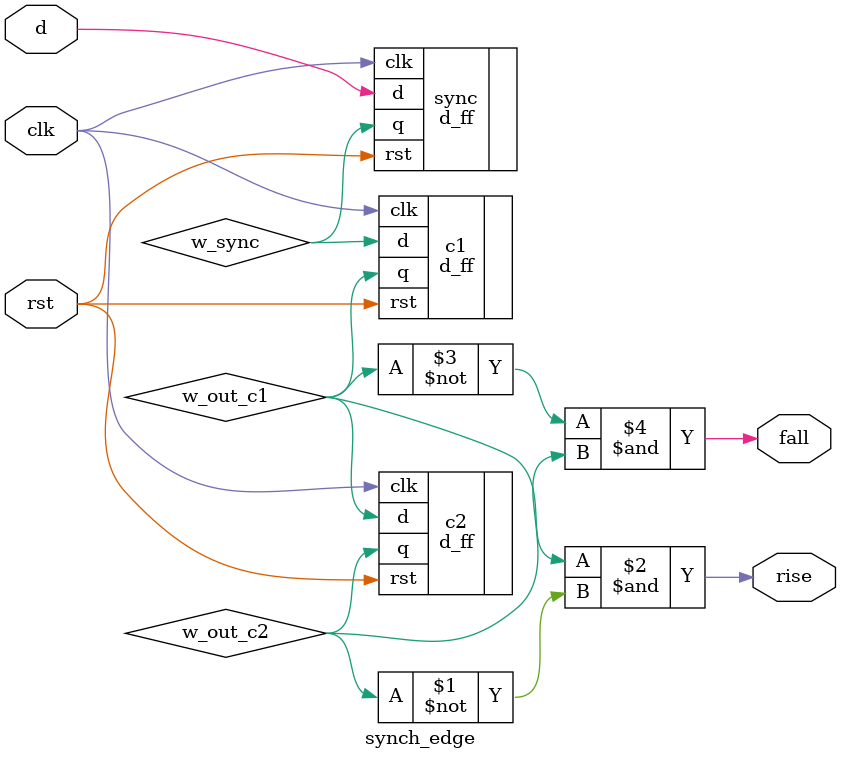
<source format=v>
`timescale 1ns / 1ps


module synch_edge(
    input clk,
    input rst,
    input d,
    output rise,
    output fall
    );
    
    // local signals
    // output from first d-type flip flop
    wire w_sync;
    // output from second flip flop
    wire w_out_c1;
    // output from third flip flop
    wire w_out_c2;
   
    // module instantiations
    // synchronizing flip flop
    d_ff sync (.d(d), .clk(clk), .rst(rst), .q(w_sync));
    // compare reg 1
    d_ff c1 (.d(w_sync), .clk(clk), .rst(rst), .q(w_out_c1));
    // compare reg 2
    d_ff c2 (.d(w_out_c1), .clk(clk), .rst(rst), .q(w_out_c2));
    
    // comparison signal
    assign rise = w_out_c1 & ~w_out_c2; 
    assign fall = ~w_out_c1 & w_out_c2; 
endmodule

</source>
